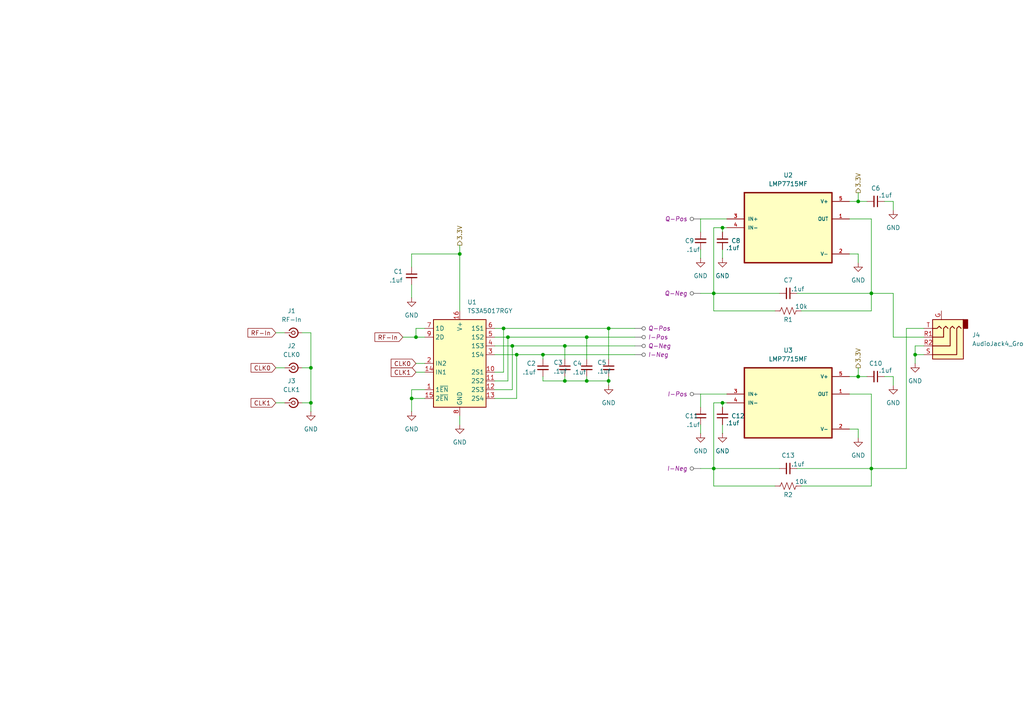
<source format=kicad_sch>
(kicad_sch (version 20231120) (generator "eeschema") (generator_version "8.0")
  (paper "A4")
  (lib_symbols
    (symbol "Amplifier_Operational:LMP7715MF" (pin_names (offset 1.016))
      (property "Reference" "U" (at -12.7 11.16 0))
      (property "Value" "LMP7715MF" (at -12.7 -14.16 0))
      (symbol "LMP7715MF_0_0"
        (rectangle (start -12.7 -10.16) (end 12.7 10.16) (stroke (width 0.41)) (fill (type background)))
        (pin output line (at 17.78 2.54 180) (length 5.08) (name "OUT") (number "1"))
        (pin power_in line (at 17.78 -7.62 180) (length 5.08) (name "V-") (number "2"))
        (pin input line (at -17.78 2.54 0) (length 5.08) (name "IN+") (number "3"))
        (pin input line (at -17.78 0 0) (length 5.08) (name "IN-") (number "4"))
        (pin power_in line (at 17.78 7.62 180) (length 5.08) (name "V+") (number "5"))
      )
    )
    (symbol "Analog_Switch:TS3A5017RGY"
      (property "Reference" "U" (at -6.35 13.97 0))
      (property "Value" "TS3A5017RGY" (at 7.62 -13.97 0))
      (symbol "TS3A5017RGY_0_1"
        (rectangle (start -7.62 12.7) (end 7.62 -12.7) (stroke (width 0.254)) (fill (type background)))
      )
      (symbol "TS3A5017RGY_1_1"
        (pin input line (at -10.16 -7.62 0) (length 2.54) (name "1~{EN}") (number "1"))
        (pin bidirectional line (at 10.16 -2.54 180) (length 2.54) (name "2S1") (number "10"))
        (pin bidirectional line (at 10.16 -5.08 180) (length 2.54) (name "2S2") (number "11"))
        (pin bidirectional line (at 10.16 -7.62 180) (length 2.54) (name "2S3") (number "12"))
        (pin bidirectional line (at 10.16 -10.16 180) (length 2.54) (name "2S4") (number "13"))
        (pin input line (at -10.16 -2.54 0) (length 2.54) (name "IN1") (number "14"))
        (pin input line (at -10.16 -10.16 0) (length 2.54) (name "2~{EN}") (number "15"))
        (pin power_in line (at 0 15.24 270) (length 2.54) (name "V+") (number "16"))
        (pin passive line (at 0 -15.24 90) (length 2.54) hide (name "GND") (number "17"))
        (pin input line (at -10.16 0 0) (length 2.54) (name "IN2") (number "2"))
        (pin bidirectional line (at 10.16 2.54 180) (length 2.54) (name "1S4") (number "3"))
        (pin bidirectional line (at 10.16 5.08 180) (length 2.54) (name "1S3") (number "4"))
        (pin bidirectional line (at 10.16 7.62 180) (length 2.54) (name "1S2") (number "5"))
        (pin bidirectional line (at 10.16 10.16 180) (length 2.54) (name "1S1") (number "6"))
        (pin bidirectional line (at -10.16 10.16 0) (length 2.54) (name "1D") (number "7"))
        (pin power_in line (at 0 -15.24 90) (length 2.54) (name "GND") (number "8"))
        (pin bidirectional line (at -10.16 7.62 0) (length 2.54) (name "2D") (number "9"))
      )
    )
    (symbol "Connector:Conn_Coaxial_Small" (pin_numbers hide) (pin_names (offset 1.016) hide)
      (property "Reference" "J" (at 0.254 3.048 0))
      (property "Value" "Conn_Coaxial_Small" (at 0 -3.81 0))
      (symbol "Conn_Coaxial_Small_0_1"
        (polyline (pts (xy -2.54 0) (xy -0.508 0)))
        (circle (center 0 0) (radius 0.508) (stroke (width 0.2032)))
      )
      (symbol "Conn_Coaxial_Small_1_1"
        (arc (start -1.1916 -0.6311) (mid 0.327 -1.3081) (end 1.3484 0.0039) (stroke (width 0.3048)))
        (arc (start 1.3484 -0.0039) (mid 0.327 1.3081) (end -1.1916 0.6311) (stroke (width 0.3048)))
        (pin passive line (at -2.54 0 0) (length 1.27) (name "In") (number "1"))
        (pin passive line (at 2.54 0 180) (length 1.27) (name "Ext") (number "2"))
      )
    )
    (symbol "Connector_Audio:AudioJack4_Ground"
      (property "Reference" "J" (at 0 8.89 0))
      (property "Value" "AudioJack4_Ground" (at 0 6.35 0))
      (symbol "AudioJack4_Ground_0_1"
        (rectangle (start -6.35 -7.62) (end -7.62 -5.08) (stroke (width 0.254)) (fill (type outline)))
        (polyline (pts (xy 0 -5.08) (xy 0.635 -5.715) (xy 1.27 -5.08) (xy 2.54 -5.08)) (stroke (width 0.254)))
        (polyline (pts (xy -5.715 -5.08) (xy -5.08 -5.715) (xy -4.445 -5.08) (xy -4.445 2.54) (xy 2.54 2.54)) (stroke (width 0.254)))
        (polyline (pts (xy -1.905 -5.08) (xy -1.27 -5.715) (xy -0.635 -5.08) (xy -0.635 -2.54) (xy 2.54 -2.54)) (stroke (width 0.254)))
        (polyline (pts (xy 2.54 0) (xy -2.54 0) (xy -2.54 -5.08) (xy -3.175 -5.715) (xy -3.81 -5.08)) (stroke (width 0.254)))
        (rectangle (start 2.54 3.81) (end -6.35 -7.62) (stroke (width 0.254)) (fill (type background)))
      )
      (symbol "AudioJack4_Ground_1_1"
        (pin passive line (at 0 -10.16 90) (length 2.54) (name "~") (number "G"))
        (pin passive line (at 5.08 -2.54 180) (length 2.54) (name "~") (number "R1"))
        (pin passive line (at 5.08 0 180) (length 2.54) (name "~") (number "R2"))
        (pin passive line (at 5.08 2.54 180) (length 2.54) (name "~") (number "S"))
        (pin passive line (at 5.08 -5.08 180) (length 2.54) (name "~") (number "T"))
      )
    )
    (symbol "Device:C_Small" (pin_numbers hide) (pin_names (offset 0.254) hide)
      (property "Reference" "C" (at 0.254 1.778 0))
      (property "Value" "C_Small" (at 0.254 -2.032 0))
      (symbol "C_Small_0_1"
        (polyline (pts (xy -1.524 -0.508) (xy 1.524 -0.508)) (stroke (width 0.3302)))
        (polyline (pts (xy -1.524 0.508) (xy 1.524 0.508)) (stroke (width 0.3048)))
      )
      (symbol "C_Small_1_1"
        (pin passive line (at 0 2.54 270) (length 2.032) (name "~") (number "1"))
        (pin passive line (at 0 -2.54 90) (length 2.032) (name "~") (number "2"))
      )
    )
    (symbol "Device:R_US" (pin_numbers hide) (pin_names (offset 0))
      (property "Reference" "R" (at 2.54 0 90))
      (property "Value" "R_US" (at -2.54 0 90))
      (symbol "R_US_0_1"
        (polyline (pts (xy 0 -2.286) (xy 0 -2.54)))
        (polyline (pts (xy 0 2.286) (xy 0 2.54)))
        (polyline (pts (xy 0 -0.762) (xy 1.016 -1.143) (xy 0 -1.524) (xy -1.016 -1.905) (xy 0 -2.286)))
        (polyline (pts (xy 0 0.762) (xy 1.016 0.381) (xy 0 0) (xy -1.016 -0.381) (xy 0 -0.762)))
        (polyline (pts (xy 0 2.286) (xy 1.016 1.905) (xy 0 1.524) (xy -1.016 1.143) (xy 0 0.762)))
      )
      (symbol "R_US_1_1"
        (pin passive line (at 0 3.81 270) (length 1.27) (name "~") (number "1"))
        (pin passive line (at 0 -3.81 90) (length 1.27) (name "~") (number "2"))
      )
    )
    (symbol "power:GND" (power) (pin_numbers hide) (pin_names (offset 0) hide)
      (property "Value" "GND" (at 0 -3.81 0))
      (symbol "GND_0_1"
        (polyline (pts (xy 0 0) (xy 0 -1.27) (xy 1.27 -1.27) (xy 0 -2.54) (xy -1.27 -1.27) (xy 0 -1.27)))
      )
      (symbol "GND_1_1"
        (pin power_in line (at 0 0 270) (length 0) (name "~") (number "1"))
      )
    )
  )
  (junction (at 157.48 102.87))
  (junction (at 119.38 115.57))
  (junction (at 170.18 110.49))
  (junction (at 207.01 135.89))
  (junction (at 252.73 85.09))
  (junction (at 248.92 58.42))
  (junction (at 149.86 102.87))
  (junction (at 248.92 109.22))
  (junction (at 170.18 97.79))
  (junction (at 176.53 95.25))
  (junction (at 209.55 116.84))
  (junction (at 163.83 110.49))
  (junction (at 252.73 135.89))
  (junction (at 265.43 102.87))
  (junction (at 207.01 85.09))
  (junction (at 147.32 97.79))
  (junction (at 90.17 116.84))
  (junction (at 120.65 97.79))
  (junction (at 176.53 110.49))
  (junction (at 209.55 66.04))
  (junction (at 90.17 106.68))
  (junction (at 163.83 100.33))
  (junction (at 148.59 100.33))
  (junction (at 146.05 95.25))
  (junction (at 133.35 73.66))
  (wire (pts (xy 259.08 109.22) (xy 259.08 111.76)))
  (wire (pts (xy 90.17 116.84) (xy 90.17 119.38)))
  (wire (pts (xy 157.48 109.22) (xy 157.48 110.49)))
  (wire (pts (xy 259.08 97.79) (xy 267.97 97.79)))
  (wire (pts (xy 163.83 109.22) (xy 163.83 110.49)))
  (wire (pts (xy 143.51 102.87) (xy 149.86 102.87)))
  (wire (pts (xy 203.2 123.19) (xy 203.2 125.73)))
  (wire (pts (xy 120.65 97.79) (xy 120.65 95.25)))
  (wire (pts (xy 248.92 109.22) (xy 248.92 106.68)))
  (wire (pts (xy 203.2 72.39) (xy 203.2 74.93)))
  (wire (pts (xy 120.65 107.95) (xy 123.19 107.95)))
  (wire (pts (xy 226.06 135.89) (xy 207.01 135.89)))
  (wire (pts (xy 246.38 114.3) (xy 252.73 114.3)))
  (wire (pts (xy 246.38 63.5) (xy 252.73 63.5)))
  (wire (pts (xy 163.83 100.33) (xy 184.15 100.33)))
  (wire (pts (xy 209.55 66.04) (xy 210.82 66.04)))
  (wire (pts (xy 133.35 90.17) (xy 133.35 73.66)))
  (wire (pts (xy 256.54 58.42) (xy 259.08 58.42)))
  (wire (pts (xy 248.92 76.2) (xy 248.92 73.66)))
  (wire (pts (xy 149.86 102.87) (xy 157.48 102.87)))
  (wire (pts (xy 246.38 124.46) (xy 248.92 124.46)))
  (wire (pts (xy 157.48 110.49) (xy 163.83 110.49)))
  (wire (pts (xy 119.38 113.03) (xy 119.38 115.57)))
  (wire (pts (xy 265.43 102.87) (xy 265.43 105.41)))
  (wire (pts (xy 248.92 127) (xy 248.92 124.46)))
  (wire (pts (xy 256.54 109.22) (xy 259.08 109.22)))
  (wire (pts (xy 119.38 115.57) (xy 119.38 119.38)))
  (wire (pts (xy 147.32 110.49) (xy 143.51 110.49)))
  (wire (pts (xy 207.01 140.97) (xy 207.01 135.89)))
  (wire (pts (xy 120.65 97.79) (xy 123.19 97.79)))
  (wire (pts (xy 80.01 96.52) (xy 82.55 96.52)))
  (wire (pts (xy 232.41 140.97) (xy 252.73 140.97)))
  (wire (pts (xy 248.92 109.22) (xy 251.46 109.22)))
  (wire (pts (xy 209.55 72.39) (xy 209.55 74.93)))
  (wire (pts (xy 226.06 85.09) (xy 207.01 85.09)))
  (wire (pts (xy 203.2 63.5) (xy 210.82 63.5)))
  (wire (pts (xy 259.08 58.42) (xy 259.08 60.96)))
  (wire (pts (xy 149.86 115.57) (xy 143.51 115.57)))
  (wire (pts (xy 252.73 85.09) (xy 231.14 85.09)))
  (wire (pts (xy 246.38 109.22) (xy 248.92 109.22)))
  (wire (pts (xy 252.73 135.89) (xy 262.89 135.89)))
  (wire (pts (xy 209.55 66.04) (xy 209.55 67.31)))
  (wire (pts (xy 143.51 107.95) (xy 146.05 107.95)))
  (wire (pts (xy 87.63 106.68) (xy 90.17 106.68)))
  (wire (pts (xy 252.73 85.09) (xy 259.08 85.09)))
  (wire (pts (xy 209.55 123.19) (xy 209.55 125.73)))
  (wire (pts (xy 148.59 100.33) (xy 148.59 113.03)))
  (wire (pts (xy 203.2 114.3) (xy 210.82 114.3)))
  (wire (pts (xy 176.53 110.49) (xy 176.53 111.76)))
  (wire (pts (xy 147.32 97.79) (xy 147.32 110.49)))
  (wire (pts (xy 133.35 71.12) (xy 133.35 73.66)))
  (wire (pts (xy 224.79 140.97) (xy 207.01 140.97)))
  (wire (pts (xy 209.55 116.84) (xy 210.82 116.84)))
  (wire (pts (xy 207.01 66.04) (xy 209.55 66.04)))
  (wire (pts (xy 143.51 95.25) (xy 146.05 95.25)))
  (wire (pts (xy 170.18 104.14) (xy 170.18 97.79)))
  (wire (pts (xy 163.83 104.14) (xy 163.83 100.33)))
  (wire (pts (xy 176.53 95.25) (xy 146.05 95.25)))
  (wire (pts (xy 203.2 67.31) (xy 203.2 63.5)))
  (wire (pts (xy 203.2 85.09) (xy 207.01 85.09)))
  (wire (pts (xy 262.89 95.25) (xy 267.97 95.25)))
  (wire (pts (xy 207.01 135.89) (xy 207.01 116.84)))
  (wire (pts (xy 133.35 120.65) (xy 133.35 123.19)))
  (wire (pts (xy 252.73 63.5) (xy 252.73 85.09)))
  (wire (pts (xy 90.17 106.68) (xy 90.17 96.52)))
  (wire (pts (xy 163.83 100.33) (xy 148.59 100.33)))
  (wire (pts (xy 146.05 95.25) (xy 146.05 107.95)))
  (wire (pts (xy 123.19 113.03) (xy 119.38 113.03)))
  (wire (pts (xy 170.18 109.22) (xy 170.18 110.49)))
  (wire (pts (xy 209.55 116.84) (xy 209.55 118.11)))
  (wire (pts (xy 116.84 97.79) (xy 120.65 97.79)))
  (wire (pts (xy 252.73 90.17) (xy 252.73 85.09)))
  (wire (pts (xy 246.38 73.66) (xy 248.92 73.66)))
  (wire (pts (xy 248.92 58.42) (xy 248.92 55.88)))
  (wire (pts (xy 133.35 73.66) (xy 119.38 73.66)))
  (wire (pts (xy 207.01 85.09) (xy 207.01 66.04)))
  (wire (pts (xy 119.38 82.55) (xy 119.38 86.36)))
  (wire (pts (xy 157.48 104.14) (xy 157.48 102.87)))
  (wire (pts (xy 143.51 100.33) (xy 148.59 100.33)))
  (wire (pts (xy 259.08 85.09) (xy 259.08 97.79)))
  (wire (pts (xy 262.89 135.89) (xy 262.89 95.25)))
  (wire (pts (xy 252.73 114.3) (xy 252.73 135.89)))
  (wire (pts (xy 207.01 90.17) (xy 207.01 85.09)))
  (wire (pts (xy 87.63 116.84) (xy 90.17 116.84)))
  (wire (pts (xy 170.18 110.49) (xy 176.53 110.49)))
  (wire (pts (xy 265.43 102.87) (xy 267.97 102.87)))
  (wire (pts (xy 163.83 110.49) (xy 170.18 110.49)))
  (wire (pts (xy 203.2 135.89) (xy 207.01 135.89)))
  (wire (pts (xy 207.01 116.84) (xy 209.55 116.84)))
  (wire (pts (xy 90.17 96.52) (xy 87.63 96.52)))
  (wire (pts (xy 157.48 102.87) (xy 184.15 102.87)))
  (wire (pts (xy 80.01 116.84) (xy 82.55 116.84)))
  (wire (pts (xy 176.53 95.25) (xy 184.15 95.25)))
  (wire (pts (xy 232.41 90.17) (xy 252.73 90.17)))
  (wire (pts (xy 120.65 95.25) (xy 123.19 95.25)))
  (wire (pts (xy 176.53 104.14) (xy 176.53 95.25)))
  (wire (pts (xy 120.65 105.41) (xy 123.19 105.41)))
  (wire (pts (xy 170.18 97.79) (xy 147.32 97.79)))
  (wire (pts (xy 267.97 100.33) (xy 265.43 100.33)))
  (wire (pts (xy 252.73 135.89) (xy 231.14 135.89)))
  (wire (pts (xy 224.79 90.17) (xy 207.01 90.17)))
  (wire (pts (xy 252.73 140.97) (xy 252.73 135.89)))
  (wire (pts (xy 148.59 113.03) (xy 143.51 113.03)))
  (wire (pts (xy 170.18 97.79) (xy 184.15 97.79)))
  (wire (pts (xy 80.01 106.68) (xy 82.55 106.68)))
  (wire (pts (xy 90.17 116.84) (xy 90.17 106.68)))
  (wire (pts (xy 143.51 97.79) (xy 147.32 97.79)))
  (wire (pts (xy 203.2 118.11) (xy 203.2 114.3)))
  (wire (pts (xy 246.38 58.42) (xy 248.92 58.42)))
  (wire (pts (xy 119.38 115.57) (xy 123.19 115.57)))
  (wire (pts (xy 119.38 73.66) (xy 119.38 77.47)))
  (wire (pts (xy 248.92 58.42) (xy 251.46 58.42)))
  (wire (pts (xy 149.86 102.87) (xy 149.86 115.57)))
  (wire (pts (xy 176.53 110.49) (xy 176.53 109.22)))
  (wire (pts (xy 265.43 100.33) (xy 265.43 102.87)))
  (global_label "CLK0" (shape input) (at 120.65 105.41 180) (property "Intersheetrefs" "${INTERSHEET_REFS}" (effects (hide yes))))
  (global_label "CLK1" (shape input) (at 80.01 116.84 180) (property "Intersheetrefs" "${INTERSHEET_REFS}" (effects (hide yes))))
  (global_label "RF-In" (shape input) (at 80.01 96.52 180) (property "Intersheetrefs" "${INTERSHEET_REFS}" (effects (hide yes))))
  (global_label "RF-In" (shape input) (at 116.84 97.79 180) (property "Intersheetrefs" "${INTERSHEET_REFS}" (effects (hide yes))))
  (global_label "CLK1" (shape input) (at 120.65 107.95 180) (property "Intersheetrefs" "${INTERSHEET_REFS}" (effects (hide yes))))
  (global_label "CLK0" (shape input) (at 80.01 106.68 180) (property "Intersheetrefs" "${INTERSHEET_REFS}" (effects (hide yes))))
  (hierarchical_label "3.3V" (shape output) (at 248.92 106.68 90))
  (hierarchical_label "3.3V" (shape output) (at 133.35 71.12 90))
  (hierarchical_label "3.3V" (shape output) (at 248.92 55.88 90))
  (netclass_flag "" (length 2.54) (shape round) (at 203.2 114.3 90) (property "Netclass" "I-Pos" (at 199.39 114.3 0) (effects (font (italic yes)) (justify right))))
  (netclass_flag "" (length 2.54) (shape round) (at 184.15 97.79 270) (property "Netclass" "I-Pos" (at 187.96 97.79 0) (effects (font (italic yes)) (justify left))))
  (netclass_flag "" (length 2.54) (shape round) (at 184.15 100.33 270) (property "Netclass" "Q-Neg" (at 187.96 100.33 0) (effects (font (italic yes)) (justify left))))
  (netclass_flag "" (length 2.54) (shape round) (at 203.2 135.89 90) (property "Netclass" "I-Neg" (at 199.39 135.89 0) (effects (font (italic yes)) (justify right))))
  (netclass_flag "" (length 2.54) (shape round) (at 184.15 95.25 270) (property "Netclass" "Q-Pos" (at 187.96 95.25 0) (effects (font (italic yes)) (justify left))))
  (netclass_flag "" (length 2.54) (shape round) (at 184.15 102.87 270) (property "Netclass" "I-Neg" (at 187.96 102.87 0) (effects (font (italic yes)) (justify left))))
  (netclass_flag "" (length 2.54) (shape round) (at 203.2 63.5 90) (property "Netclass" "Q-Pos" (at 199.39 63.5 0) (effects (font (italic yes)) (justify right))))
  (netclass_flag "" (length 2.54) (shape round) (at 203.2 85.09 90) (property "Netclass" "Q-Neg" (at 199.39 85.09 0) (effects (font (italic yes)) (justify right))))
  (symbol (lib_id "Device:C_Small") (at 209.55 120.65 180) (unit 1)
    (property "Reference" "C12" (at 212.09 120.6435 0) (effects (justify right)))
    (property "Value" ".1uf" (at 210.566 122.682 0) (effects (justify right)))
    (property "Footprint" "Capacitor_SMD:C_0201_0603Metric" (effects (hide yes)))
    (property "Description" "Unpolarized capacitor, small symbol" (effects (hide yes)))
  )
  (symbol (lib_id "Device:C_Small") (at 254 109.22 270) (unit 1)
    (property "Reference" "C10" (at 253.9936 105.41 90))
    (property "Value" ".1uf" (at 256.794 107.442 90))
    (property "Footprint" "Capacitor_SMD:C_0201_0603Metric" (effects (hide yes)))
    (property "Description" "Unpolarized capacitor, small symbol" (effects (hide yes)))
  )
  (symbol (lib_id "Connector_Audio:AudioJack4_Ground") (at 273.05 100.33 180) (unit 1)
    (property "Reference" "J4" (at 281.94 97.1549 0) (effects (justify right)))
    (property "Value" "AudioJack4_Ground" (at 281.94 99.6949 0) (effects (justify right)))
    (property "Footprint" "Connector_Audio:Jack_3.5mm_CUI_SJ-3523-SMT_Horizontal" (effects (hide yes)))
    (property "Description" "Audio Jack, 4 Poles (TRRS), Grounded Sleeve" (effects (hide yes)))
  )
  (symbol (lib_id "Device:C_Small") (at 209.55 69.85 180) (unit 1)
    (property "Reference" "C8" (at 212.09 69.8435 0) (effects (justify right)))
    (property "Value" ".1uf" (at 210.566 71.882 0) (effects (justify right)))
    (property "Footprint" "Capacitor_SMD:C_0201_0603Metric" (effects (hide yes)))
    (property "Description" "Unpolarized capacitor, small symbol" (effects (hide yes)))
  )
  (symbol (lib_id "power:GND") (at 248.92 76.2 0) (unit 1)
    (property "Reference" "#PWR07" (effects (hide yes)))
    (property "Value" "GND" (at 248.92 81.28 0))
    (property "Description" "Power symbol creates a global label with name \"GND\" , ground" (effects (hide yes)))
  )
  (symbol (lib_id "Device:C_Small") (at 203.2 69.85 180) (unit 1)
    (property "Reference" "C9" (at 198.628 69.85 0) (effects (justify right)))
    (property "Value" ".1uf" (at 199.136 72.39 0) (effects (justify right)))
    (property "Footprint" "Capacitor_SMD:C_0201_0603Metric" (effects (hide yes)))
    (property "Description" "Unpolarized capacitor, small symbol" (effects (hide yes)))
  )
  (symbol (lib_id "Device:C_Small") (at 119.38 80.01 0) (mirror y) (unit 1)
    (property "Reference" "C1" (at 116.84 78.7462 0) (effects (justify left)))
    (property "Value" ".1uf" (at 116.84 81.2862 0) (effects (justify left)))
    (property "Footprint" "Capacitor_SMD:C_0603_1608Metric" (effects (hide yes)))
    (property "Description" "Unpolarized capacitor, small symbol" (effects (hide yes)))
  )
  (symbol (lib_id "Device:C_Small") (at 163.83 106.68 0) (unit 1)
    (property "Reference" "C3" (at 160.528 105.156 0) (effects (justify left)))
    (property "Value" ".1uf" (at 160.528 107.696 0) (effects (justify left)))
    (property "Footprint" "Capacitor_SMD:C_1206_3216Metric" (effects (hide yes)))
    (property "Description" "Unpolarized capacitor, small symbol" (effects (hide yes)))
  )
  (symbol (lib_id "power:GND") (at 259.08 111.76 0) (unit 1)
    (property "Reference" "#PWR06" (effects (hide yes)))
    (property "Value" "GND" (at 259.08 116.84 0))
    (property "Description" "Power symbol creates a global label with name \"GND\" , ground" (effects (hide yes)))
  )
  (symbol (lib_id "Device:R_US") (at 228.6 140.97 90) (unit 1)
    (property "Reference" "R2" (at 228.6 143.51 90))
    (property "Value" "10k" (at 232.41 139.7 90))
    (property "Footprint" "Resistor_SMD:R_0201_0603Metric" (effects (hide yes)))
    (property "Description" "Resistor, US symbol" (effects (hide yes)))
  )
  (symbol (lib_id "Device:C_Small") (at 254 58.42 270) (unit 1)
    (property "Reference" "C6" (at 253.9936 54.61 90))
    (property "Value" ".1uf" (at 256.794 56.642 90))
    (property "Footprint" "Capacitor_SMD:C_0201_0603Metric" (effects (hide yes)))
    (property "Description" "Unpolarized capacitor, small symbol" (effects (hide yes)))
  )
  (symbol (lib_id "power:GND") (at 203.2 74.93 0) (unit 1)
    (property "Reference" "#PWR010" (effects (hide yes)))
    (property "Value" "GND" (at 203.2 80.01 0))
    (property "Description" "Power symbol creates a global label with name \"GND\" , ground" (effects (hide yes)))
  )
  (symbol (lib_id "power:GND") (at 203.2 125.73 0) (unit 1)
    (property "Reference" "#PWR011" (effects (hide yes)))
    (property "Value" "GND" (at 203.2 130.81 0))
    (property "Description" "Power symbol creates a global label with name \"GND\" , ground" (effects (hide yes)))
  )
  (symbol (lib_id "Connector:Conn_Coaxial_Small") (at 85.09 96.52 0) (unit 1)
    (property "Reference" "J1" (at 84.5704 90.17 0))
    (property "Value" "RF-In" (at 84.5704 92.71 0))
    (property "Footprint" "Connector_Coaxial:SMA_Amphenol_901-143_Horizontal" (effects (hide yes)))
    (property "Datasheet" " ~" (effects (hide yes)))
    (property "Description" "small coaxial connector (BNC, SMA, SMB, SMC, Cinch/RCA, LEMO, ...)" (effects (hide yes)))
  )
  (symbol (lib_id "Device:C_Small") (at 176.53 106.68 0) (unit 1)
    (property "Reference" "C5" (at 173.228 105.156 0) (effects (justify left)))
    (property "Value" ".1uf" (at 173.228 107.696 0) (effects (justify left)))
    (property "Footprint" "Capacitor_SMD:C_1206_3216Metric" (effects (hide yes)))
    (property "Description" "Unpolarized capacitor, small symbol" (effects (hide yes)))
  )
  (symbol (lib_id "power:GND") (at 119.38 119.38 0) (unit 1)
    (property "Reference" "#PWR01" (effects (hide yes)))
    (property "Value" "GND" (at 119.38 124.46 0))
    (property "Description" "Power symbol creates a global label with name \"GND\" , ground" (effects (hide yes)))
  )
  (symbol (lib_id "power:GND") (at 90.17 119.38 0) (unit 1)
    (property "Reference" "#PWR04" (effects (hide yes)))
    (property "Value" "GND" (at 90.17 124.46 0))
    (property "Description" "Power symbol creates a global label with name \"GND\" , ground" (effects (hide yes)))
  )
  (symbol (lib_id "Device:R_US") (at 228.6 90.17 90) (unit 1)
    (property "Reference" "R1" (at 228.6 92.71 90))
    (property "Value" "10k" (at 232.41 88.9 90))
    (property "Footprint" "Resistor_SMD:R_0201_0603Metric" (effects (hide yes)))
    (property "Description" "Resistor, US symbol" (effects (hide yes)))
  )
  (symbol (lib_id "power:GND") (at 176.53 111.76 0) (unit 1)
    (property "Reference" "#PWR05" (effects (hide yes)))
    (property "Value" "GND" (at 176.53 116.84 0))
    (property "Description" "Power symbol creates a global label with name \"GND\" , ground" (effects (hide yes)))
  )
  (symbol (lib_id "Device:C_Small") (at 228.6 135.89 270) (unit 1)
    (property "Reference" "C13" (at 228.5936 132.08 90))
    (property "Value" ".1uf" (at 231.394 134.62 90))
    (property "Footprint" "Capacitor_SMD:C_0201_0603Metric" (effects (hide yes)))
    (property "Description" "Unpolarized capacitor, small symbol" (effects (hide yes)))
  )
  (symbol (lib_id "power:GND") (at 119.38 86.36 0) (unit 1)
    (property "Reference" "#PWR03" (effects (hide yes)))
    (property "Value" "GND" (at 119.38 91.44 0))
    (property "Description" "Power symbol creates a global label with name \"GND\" , ground" (effects (hide yes)))
  )
  (symbol (lib_id "Amplifier_Operational:LMP7715MF") (at 228.6 116.84 0) (unit 1)
    (property "Reference" "U3" (at 228.6 101.6 0))
    (property "Value" "LMP7715MF" (at 228.6 104.14 0))
    (property "Footprint" "Package_TO_SOT_SMD:SOT-23-5" (effects (hide yes)))
    (property "MF" "Texas Instruments" (effects (hide yes)))
    (property "Description_1" "\nSingle precision, 17-MHz, low-noise, low bias current, CMOS input amplifier\n" (effects (hide yes)))
    (property "Package" "SOT-23-5 Texas Instruments" (effects (hide yes)))
    (property "Price" "None" (effects (hide yes)))
    (property "SnapEDA_Link" "https://www.snapeda.com/parts/LMP7715MF/NOPB/Texas+Instruments/view-part/?ref=snap" (effects (hide yes)))
    (property "MP" "LMP7715MF/NOPB" (effects (hide yes)))
    (property "Availability" "In Stock" (effects (hide yes)))
    (property "Check_prices" "https://www.snapeda.com/parts/LMP7715MF/NOPB/Texas+Instruments/view-part/?ref=eda" (effects (hide yes)))
  )
  (symbol (lib_id "Device:C_Small") (at 203.2 120.65 180) (unit 1)
    (property "Reference" "C11" (at 198.628 120.65 0) (effects (justify right)))
    (property "Value" ".1uf" (at 199.136 123.19 0) (effects (justify right)))
    (property "Footprint" "Capacitor_SMD:C_0201_0603Metric" (effects (hide yes)))
    (property "Description" "Unpolarized capacitor, small symbol" (effects (hide yes)))
  )
  (symbol (lib_id "power:GND") (at 248.92 127 0) (unit 1)
    (property "Reference" "#PWR013" (effects (hide yes)))
    (property "Value" "GND" (at 248.92 132.08 0))
    (property "Description" "Power symbol creates a global label with name \"GND\" , ground" (effects (hide yes)))
  )
  (symbol (lib_id "Analog_Switch:TS3A5017RGY") (at 133.35 105.41 0) (unit 1)
    (property "Reference" "U1" (at 135.5441 87.63 0) (effects (justify left)))
    (property "Value" "TS3A5017RGY" (at 135.5441 90.17 0) (effects (justify left)))
    (property "Footprint" "Package_DFN_QFN:Texas_RGY_R-PVQFN-N16_EP2.05x2.55mm" (effects (hide yes)))
    (property "Datasheet" "https://www.ti.com/lit/ds/symlink/ts3a5017.pdf" (effects (hide yes)))
    (property "Description" "Dual SP4T Analog Switch Mux Demux, VQFN" (effects (hide yes)))
  )
  (symbol (lib_id "power:GND") (at 209.55 125.73 0) (unit 1)
    (property "Reference" "#PWR012" (effects (hide yes)))
    (property "Value" "GND" (at 209.55 130.81 0))
    (property "Description" "Power symbol creates a global label with name \"GND\" , ground" (effects (hide yes)))
  )
  (symbol (lib_id "Connector:Conn_Coaxial_Small") (at 85.09 106.68 0) (unit 1)
    (property "Reference" "J2" (at 84.5704 100.33 0))
    (property "Value" "CLK0" (at 84.5704 102.87 0))
    (property "Footprint" "Connector_Coaxial:SMA_Amphenol_901-143_Horizontal" (effects (hide yes)))
    (property "Datasheet" " ~" (effects (hide yes)))
    (property "Description" "small coaxial connector (BNC, SMA, SMB, SMC, Cinch/RCA, LEMO, ...)" (effects (hide yes)))
  )
  (symbol (lib_id "Amplifier_Operational:LMP7715MF") (at 228.6 66.04 0) (unit 1)
    (property "Reference" "U2" (at 228.6 50.8 0))
    (property "Value" "LMP7715MF" (at 228.6 53.34 0))
    (property "Footprint" "Package_TO_SOT_SMD:SOT-23-5" (effects (hide yes)))
    (property "MF" "Texas Instruments" (effects (hide yes)))
    (property "Description_1" "\nSingle precision, 17-MHz, low-noise, low bias current, CMOS input amplifier\n" (effects (hide yes)))
    (property "Package" "SOT-23-5 Texas Instruments" (effects (hide yes)))
    (property "Price" "None" (effects (hide yes)))
    (property "SnapEDA_Link" "https://www.snapeda.com/parts/LMP7715MF/NOPB/Texas+Instruments/view-part/?ref=snap" (effects (hide yes)))
    (property "MP" "LMP7715MF/NOPB" (effects (hide yes)))
    (property "Availability" "In Stock" (effects (hide yes)))
    (property "Check_prices" "https://www.snapeda.com/parts/LMP7715MF/NOPB/Texas+Instruments/view-part/?ref=eda" (effects (hide yes)))
  )
  (symbol (lib_id "Device:C_Small") (at 157.48 106.68 0) (unit 1)
    (property "Reference" "C2" (at 155.448 105.41 0) (effects (justify right)))
    (property "Value" ".1uf" (at 155.448 107.95 0) (effects (justify right)))
    (property "Footprint" "Capacitor_SMD:C_1206_3216Metric" (effects (hide yes)))
    (property "Description" "Unpolarized capacitor, small symbol" (effects (hide yes)))
  )
  (symbol (lib_id "power:GND") (at 133.35 123.19 0) (unit 1)
    (property "Reference" "#PWR02" (effects (hide yes)))
    (property "Value" "GND" (at 133.35 128.27 0))
    (property "Description" "Power symbol creates a global label with name \"GND\" , ground" (effects (hide yes)))
  )
  (symbol (lib_id "power:GND") (at 259.08 60.96 0) (unit 1)
    (property "Reference" "#PWR08" (effects (hide yes)))
    (property "Value" "GND" (at 259.08 66.04 0))
    (property "Description" "Power symbol creates a global label with name \"GND\" , ground" (effects (hide yes)))
  )
  (symbol (lib_id "Device:C_Small") (at 228.6 85.09 270) (unit 1)
    (property "Reference" "C7" (at 228.5936 81.28 90))
    (property "Value" ".1uf" (at 231.394 83.82 90))
    (property "Footprint" "Capacitor_SMD:C_0201_0603Metric" (effects (hide yes)))
    (property "Description" "Unpolarized capacitor, small symbol" (effects (hide yes)))
  )
  (symbol (lib_id "power:GND") (at 209.55 74.93 0) (unit 1)
    (property "Reference" "#PWR09" (effects (hide yes)))
    (property "Value" "GND" (at 209.55 80.01 0))
    (property "Description" "Power symbol creates a global label with name \"GND\" , ground" (effects (hide yes)))
  )
  (symbol (lib_id "Device:C_Small") (at 170.18 106.68 0) (unit 1)
    (property "Reference" "C4" (at 166.116 105.41 0) (effects (justify left)))
    (property "Value" ".1uf" (at 166.116 107.95 0) (effects (justify left)))
    (property "Footprint" "Capacitor_SMD:C_1206_3216Metric" (effects (hide yes)))
    (property "Description" "Unpolarized capacitor, small symbol" (effects (hide yes)))
  )
  (symbol (lib_id "Connector:Conn_Coaxial_Small") (at 85.09 116.84 0) (unit 1)
    (property "Reference" "J3" (at 84.5704 110.49 0))
    (property "Value" "CLK1" (at 84.5704 113.03 0))
    (property "Footprint" "Connector_Coaxial:SMA_Amphenol_901-143_Horizontal" (effects (hide yes)))
    (property "Datasheet" " ~" (effects (hide yes)))
    (property "Description" "small coaxial connector (BNC, SMA, SMB, SMC, Cinch/RCA, LEMO, ...)" (effects (hide yes)))
  )
  (symbol (lib_id "power:GND") (at 265.43 105.41 0) (unit 1)
    (property "Reference" "#PWR014" (effects (hide yes)))
    (property "Value" "GND" (at 265.43 110.49 0))
    (property "Description" "Power symbol creates a global label with name \"GND\" , ground" (effects (hide yes)))
  )
)
</source>
